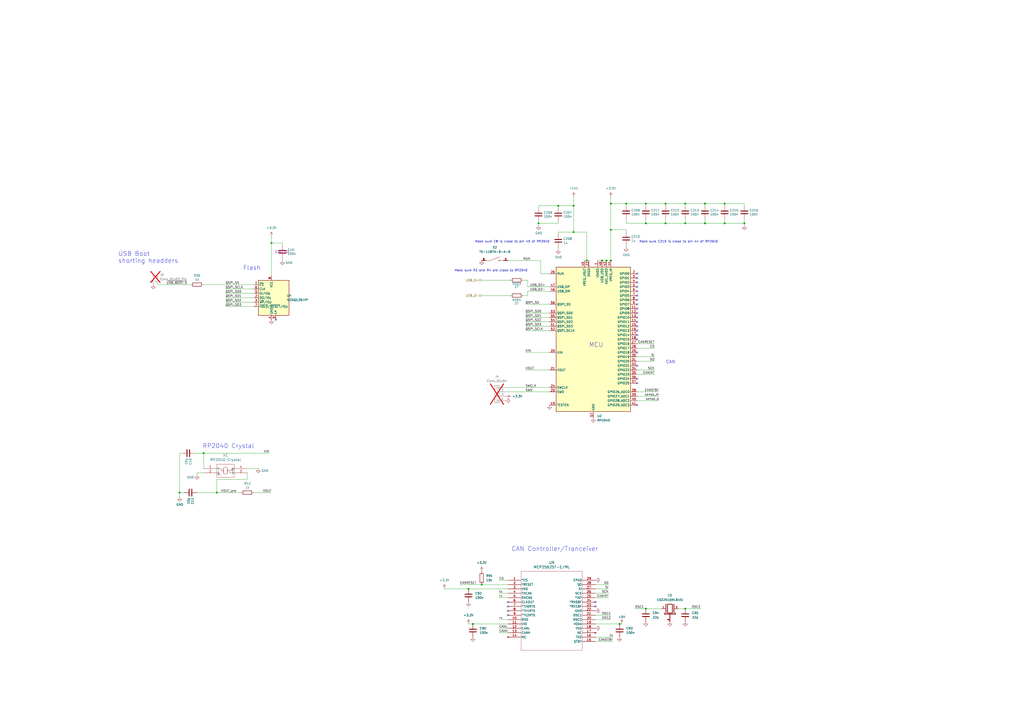
<source format=kicad_sch>
(kicad_sch (version 20250114) (generator "eeschema") (generator_version "9.0")
  (paper "A2")
  (lib_symbols
    (symbol "4in-kicad-library:ABM8-272-T3" (pin_names (offset 0.254))
      (property "Reference" "X1" (at 0 5.08 0))
      (property "Value" "RP2040 Crystal" (at 0 2.54 0))
      (symbol "ABM8-272-T3_0_1"
        (pin unspecified line (at -12.7 -2.54 0) (length 7.62) (name "1") (number "1"))
        (pin unspecified line (at -12.7 -5.08 0) (length 7.62) (name "2") (number "2"))
        (pin unspecified line (at 12.7 -2.54 180) (length 7.62) (name "4") (number "4"))
        (pin unspecified line (at 12.7 -5.08 180) (length 7.62) (name "3") (number "3"))
      )
    )
    (symbol "4in-kicad-library:MCP25625T-E_ML" (pin_names (offset 0.254))
      (property "Reference" "U" (at 25.4 10.16 0))
      (property "Value" "MCP25625T-E/ML" (at 25.4 7.62 0))
      (symbol "MCP25625T-E_ML_0_1"
        (pin input line (at 0 0 0) (length 7.62) (name "*CS") (number "1"))
        (pin input line (at 0 -2.54 0) (length 7.62) (name "*RESET") (number "2"))
        (pin power_in line (at 0 -5.08 0) (length 7.62) (name "VDD") (number "3"))
        (pin output line (at 0 -7.62 0) (length 7.62) (name "TXCAN") (number "4"))
        (pin input line (at 0 -10.16 0) (length 7.62) (name "RXCAN") (number "5"))
        (pin output line (at 0 -12.7 0) (length 7.62) (name "CLKOUT") (number "6"))
        (pin input line (at 0 -15.24 0) (length 7.62) (name "*TX0RTS") (number "7"))
        (pin input line (at 0 -17.78 0) (length 7.62) (name "*TX1RTS") (number "8"))
        (pin input line (at 0 -20.32 0) (length 7.62) (name "*TX2RTS") (number "9"))
        (pin output line (at 0 -22.86 0) (length 7.62) (name "RXD") (number "10"))
        (pin power_in line (at 0 -25.4 0) (length 7.62) (name "VIO") (number "11"))
        (pin bidirectional line (at 0 -27.94 0) (length 7.62) (name "CANL") (number "12"))
        (pin bidirectional line (at 0 -30.48 0) (length 7.62) (name "CANH") (number "13"))
        (pin no_connect line (at 0 -33.02 0) (length 7.62) (name "NC") (number "14"))
        (pin unspecified line (at 50.8 0 180) (length 7.62) (name "EPAD") (number "29"))
        (pin output line (at 50.8 -2.54 180) (length 7.62) (name "SO") (number "28"))
        (pin input line (at 50.8 -5.08 180) (length 7.62) (name "SI") (number "27"))
        (pin input line (at 50.8 -7.62 180) (length 7.62) (name "SCK") (number "26"))
        (pin output line (at 50.8 -10.16 180) (length 7.62) (name "*INT") (number "25"))
        (pin output line (at 50.8 -12.7 180) (length 7.62) (name "*RX0BF") (number "24"))
        (pin output line (at 50.8 -15.24 180) (length 7.62) (name "*RX1BF") (number "23"))
        (pin power_in line (at 50.8 -17.78 180) (length 7.62) (name "GND") (number "22"))
        (pin input line (at 50.8 -20.32 180) (length 7.62) (name "OSC1") (number "21"))
        (pin output line (at 50.8 -22.86 180) (length 7.62) (name "OSC2") (number "20"))
        (pin power_in line (at 50.8 -25.4 180) (length 7.62) (name "VDDA") (number "19"))
        (pin power_in line (at 50.8 -27.94 180) (length 7.62) (name "VSS") (number "18"))
        (pin no_connect line (at 50.8 -30.48 180) (length 7.62) (name "NC") (number "17"))
        (pin input line (at 50.8 -33.02 180) (length 7.62) (name "TXD") (number "16"))
        (pin input line (at 50.8 -35.56 180) (length 7.62) (name "STBY") (number "15"))
      )
    )
    (symbol "4in-kicad-library:TS-1187A-B-A-B" (pin_names (offset 1.016))
      (property "Reference" "S" (at -2.54 2.54 0))
      (property "Value" "TS-1187A-B-A-B" (at -2.54 -2.54 0))
      (symbol "TS-1187A-B-A-B_0_0"
        (pin passive line (at -7.62 0 0) (length 2.54) (name "~") (number "A"))
        (pin passive line (at -7.62 0 0) (length 2.54) (name "~") (number "B"))
        (pin passive line (at 7.62 0 180) (length 2.54) (name "~") (number "C"))
        (pin passive line (at 7.62 0 180) (length 2.54) (name "~") (number "D"))
      )
    )
    (symbol "4in-kicad-library:X322516MLB4SI" (pin_names (offset 1.016))
      (property "Reference" "Y" (at -5.08 6.35 0))
      (property "Value" "X322516MLB4SI" (at -5.08 3.81 0))
      (symbol "X322516MLB4SI_0_0"
        (pin passive line (at -5.08 0 0) (length 2.54) (name "~") (number "1"))
        (pin power_in line (at 0 -7.62 90) (length 2.54) (name "~") (number "2"))
        (pin power_in line (at 0 -7.62 90) (length 2.54) (name "~") (number "4"))
        (pin passive line (at 5.08 0 180) (length 2.54) (name "~") (number "3"))
      )
    )
    (symbol "Connector:Conn_01x02_Pin" (pin_names (offset 1.016) (hide yes))
      (property "Reference" "J" (at 0 2.54 0))
      (property "Value" "Conn_01x02_Pin" (at 0 -5.08 0))
      (symbol "Conn_01x02_Pin_1_1"
        (pin passive line (at 5.08 0 180) (length 3.81) (name "Pin_1") (number "1"))
        (pin passive line (at 5.08 -2.54 180) (length 3.81) (name "Pin_2") (number "2"))
      )
    )
    (symbol "Connector_Generic:Conn_01x04" (pin_names (offset 1.016) (hide yes))
      (property "Reference" "J" (at 0 5.08 0))
      (property "Value" "Conn_01x04" (at 0 -7.62 0))
      (symbol "Conn_01x04_1_1"
        (pin passive line (at -5.08 2.54 0) (length 3.81) (name "Pin_1") (number "1"))
        (pin passive line (at -5.08 0 0) (length 3.81) (name "Pin_2") (number "2"))
        (pin passive line (at -5.08 -2.54 0) (length 3.81) (name "Pin_3") (number "3"))
        (pin passive line (at -5.08 -5.08 0) (length 3.81) (name "Pin_4") (number "4"))
      )
    )
    (symbol "Device:C" (pin_numbers (hide yes)) (pin_names (offset 0.254))
      (property "Reference" "C" (at 0.635 2.54 0))
      (property "Value" "C" (at 0.635 -2.54 0))
      (symbol "C_1_1"
        (pin passive line (at 0 3.81 270) (length 2.794) (name "~") (number "1"))
        (pin passive line (at 0 -3.81 90) (length 2.794) (name "~") (number "2"))
      )
    )
    (symbol "Device:R" (pin_numbers (hide yes)) (pin_names (offset 0))
      (property "Reference" "R" (at 2.032 0 90))
      (property "Value" "R" (at 0 0 90))
      (symbol "R_1_1"
        (pin passive line (at 0 3.81 270) (length 1.27) (name "~") (number "1"))
        (pin passive line (at 0 -3.81 90) (length 1.27) (name "~") (number "2"))
      )
    )
    (symbol "MCU_RaspberryPi:RP2040"
      (property "Reference" "U" (at 17.78 45.72 0))
      (property "Value" "RP2040" (at 17.78 43.18 0))
      (symbol "RP2040_1_1"
        (pin input line (at -25.4 38.1 0) (length 3.81) (name "RUN") (number "26"))
        (pin bidirectional line (at -25.4 30.48 0) (length 3.81) (name "USB_DP") (number "47"))
        (pin bidirectional line (at -25.4 27.94 0) (length 3.81) (name "USB_DM") (number "46"))
        (pin bidirectional line (at -25.4 20.32 0) (length 3.81) (name "QSPI_SS") (number "56"))
        (pin bidirectional line (at -25.4 15.24 0) (length 3.81) (name "QSPI_SD0") (number "53"))
        (pin bidirectional line (at -25.4 12.7 0) (length 3.81) (name "QSPI_SD1") (number "55"))
        (pin bidirectional line (at -25.4 10.16 0) (length 3.81) (name "QSPI_SD2") (number "54"))
        (pin bidirectional line (at -25.4 7.62 0) (length 3.81) (name "QSPI_SD3") (number "51"))
        (pin output line (at -25.4 5.08 0) (length 3.81) (name "QSPI_SCLK") (number "52"))
        (pin input line (at -25.4 -7.62 0) (length 3.81) (name "XIN") (number "20"))
        (pin passive line (at -25.4 -17.78 0) (length 3.81) (name "XOUT") (number "21"))
        (pin input line (at -25.4 -27.94 0) (length 3.81) (name "SWCLK") (number "24"))
        (pin bidirectional line (at -25.4 -30.48 0) (length 3.81) (name "SWD") (number "25"))
        (pin input line (at -25.4 -38.1 0) (length 3.81) (name "TESTEN") (number "19"))
        (pin power_out line (at -5.08 45.72 270) (length 3.81) (name "VREG_VOUT") (number "45"))
        (pin power_in line (at -2.54 45.72 270) (length 3.81) (name "DVDD") (number "23"))
        (pin passive line (at -2.54 45.72 270) (length 3.81) (hide yes) (name "DVDD") (number "50"))
        (pin power_in line (at 0 -45.72 90) (length 3.81) (name "GND") (number "57"))
        (pin power_in line (at 2.54 45.72 270) (length 3.81) (name "IOVDD") (number "1"))
        (pin passive line (at 2.54 45.72 270) (length 3.81) (hide yes) (name "IOVDD") (number "10"))
        (pin passive line (at 2.54 45.72 270) (length 3.81) (hide yes) (name "IOVDD") (number "22"))
        (pin passive line (at 2.54 45.72 270) (length 3.81) (hide yes) (name "IOVDD") (number "33"))
        (pin passive line (at 2.54 45.72 270) (length 3.81) (hide yes) (name "IOVDD") (number "42"))
        (pin passive line (at 2.54 45.72 270) (length 3.81) (hide yes) (name "IOVDD") (number "49"))
        (pin power_in line (at 5.08 45.72 270) (length 3.81) (name "USB_VDD") (number "48"))
        (pin power_in line (at 7.62 45.72 270) (length 3.81) (name "ADC_AVDD") (number "43"))
        (pin power_in line (at 10.16 45.72 270) (length 3.81) (name "VREG_IN") (number "44"))
        (pin bidirectional line (at 25.4 38.1 180) (length 3.81) (name "GPIO0") (number "2"))
        (pin bidirectional line (at 25.4 35.56 180) (length 3.81) (name "GPIO1") (number "3"))
        (pin bidirectional line (at 25.4 33.02 180) (length 3.81) (name "GPIO2") (number "4"))
        (pin bidirectional line (at 25.4 30.48 180) (length 3.81) (name "GPIO3") (number "5"))
        (pin bidirectional line (at 25.4 27.94 180) (length 3.81) (name "GPIO4") (number "6"))
        (pin bidirectional line (at 25.4 25.4 180) (length 3.81) (name "GPIO5") (number "7"))
        (pin bidirectional line (at 25.4 22.86 180) (length 3.81) (name "GPIO6") (number "8"))
        (pin bidirectional line (at 25.4 20.32 180) (length 3.81) (name "GPIO7") (number "9"))
        (pin bidirectional line (at 25.4 17.78 180) (length 3.81) (name "GPIO8") (number "11"))
        (pin bidirectional line (at 25.4 15.24 180) (length 3.81) (name "GPIO9") (number "12"))
        (pin bidirectional line (at 25.4 12.7 180) (length 3.81) (name "GPIO10") (number "13"))
        (pin bidirectional line (at 25.4 10.16 180) (length 3.81) (name "GPIO11") (number "14"))
        (pin bidirectional line (at 25.4 7.62 180) (length 3.81) (name "GPIO12") (number "15"))
        (pin bidirectional line (at 25.4 5.08 180) (length 3.81) (name "GPIO13") (number "16"))
        (pin bidirectional line (at 25.4 2.54 180) (length 3.81) (name "GPIO14") (number "17"))
        (pin bidirectional line (at 25.4 0 180) (length 3.81) (name "GPIO15") (number "18"))
        (pin bidirectional line (at 25.4 -2.54 180) (length 3.81) (name "GPIO16") (number "27"))
        (pin bidirectional line (at 25.4 -5.08 180) (length 3.81) (name "GPIO17") (number "28"))
        (pin bidirectional line (at 25.4 -7.62 180) (length 3.81) (name "GPIO18") (number "29"))
        (pin bidirectional line (at 25.4 -10.16 180) (length 3.81) (name "GPIO19") (number "30"))
        (pin bidirectional line (at 25.4 -12.7 180) (length 3.81) (name "GPIO20") (number "31"))
        (pin bidirectional line (at 25.4 -15.24 180) (length 3.81) (name "GPIO21") (number "32"))
        (pin bidirectional line (at 25.4 -17.78 180) (length 3.81) (name "GPIO22") (number "34"))
        (pin bidirectional line (at 25.4 -20.32 180) (length 3.81) (name "GPIO23") (number "35"))
        (pin bidirectional line (at 25.4 -22.86 180) (length 3.81) (name "GPIO24") (number "36"))
        (pin bidirectional line (at 25.4 -25.4 180) (length 3.81) (name "GPIO25") (number "37"))
        (pin bidirectional line (at 25.4 -30.48 180) (length 3.81) (name "GPIO26_ADC0") (number "38"))
        (pin bidirectional line (at 25.4 -33.02 180) (length 3.81) (name "GPIO27_ADC1") (number "39"))
        (pin bidirectional line (at 25.4 -35.56 180) (length 3.81) (name "GPIO28_ADC2") (number "40"))
        (pin bidirectional line (at 25.4 -38.1 180) (length 3.81) (name "GPIO29_ADC3") (number "41"))
      )
    )
    (symbol "Memory_Flash:W25Q128JVP"
      (property "Reference" "U" (at -6.35 11.43 0))
      (property "Value" "W25Q128JVP" (at 7.62 11.43 0))
      (symbol "W25Q128JVP_1_1"
        (pin input line (at -10.16 7.62 0) (length 2.54) (name "~{CS}") (number "1"))
        (pin input line (at -10.16 5.08 0) (length 2.54) (name "CLK") (number "6"))
        (pin bidirectional line (at -10.16 2.54 0) (length 2.54) (name "DI/IO_{0}") (number "5"))
        (pin bidirectional line (at -10.16 0 0) (length 2.54) (name "DO/IO_{1}") (number "2"))
        (pin bidirectional line (at -10.16 -2.54 0) (length 2.54) (name "~{WP}/IO_{2}") (number "3"))
        (pin bidirectional line (at -10.16 -5.08 0) (length 2.54) (name "~{HOLD}/~{RESET}/IO_{3}") (number "7"))
        (pin power_in line (at 0 12.7 270) (length 2.54) (name "VCC") (number "8"))
        (pin power_in line (at 0 -12.7 90) (length 2.54) (name "GND") (number "4"))
        (pin passive line (at 2.54 -12.7 90) (length 2.54) (name "EP") (number "9"))
      )
    )
    (symbol "power:+1V1" (power) (pin_numbers (hide yes)) (pin_names (offset 0) (hide yes))
      (property "Value" "+1V1" (at 0 3.556 0))
      (symbol "+1V1_1_1"
        (pin power_in line (at 0 0 90) (length 0) (name "~") (number "1"))
      )
    )
    (symbol "power:+3.3V" (power) (pin_numbers (hide yes)) (pin_names (offset 0) (hide yes))
      (property "Value" "+3.3V" (at 0 3.556 0))
      (symbol "+3.3V_1_1"
        (pin power_in line (at 0 0 90) (length 0) (name "~") (number "1"))
      )
    )
    (symbol "power:+5V" (power) (pin_numbers (hide yes)) (pin_names (offset 0) (hide yes))
      (property "Value" "+5V" (at 0 3.556 0))
      (symbol "+5V_1_1"
        (pin power_in line (at 0 0 90) (length 0) (name "~") (number "1"))
      )
    )
    (symbol "power:GND" (power) (pin_numbers (hide yes)) (pin_names (offset 0) (hide yes))
      (property "Value" "GND" (at 0 -3.81 0))
      (symbol "GND_1_1"
        (pin power_in line (at 0 0 270) (length 0) (name "~") (number "1"))
      )
    )
    (symbol "power:VAA" (power) (pin_numbers (hide yes)) (pin_names (offset 0) (hide yes))
      (property "Value" "VAA" (at 0 3.556 0))
      (symbol "VAA_1_1"
        (pin power_in line (at 0 0 90) (length 0) (name "~") (number "1"))
      )
    )
  )
  (text "Make sure C8 is close to pin 45 of RP2040" (at 275.59 140.97 0) (effects (font (size 1.27 1.27)) (justify left bottom)))
  (text "Make sure C210 is close to pin 44 of RP2040" (at 370.84 140.97 0) (effects (font (size 1.27 1.27)) (justify left bottom)))
  (text "CAN" (at 386.334 211.074 0) (effects (font (size 1.778 1.778)) (justify left bottom)))
  (text "CAN Controller/Tranceiver" (at 296.672 320.04 0) (effects (font (size 2.54 2.54)) (justify left bottom)))
  (text "Make sure R3 and R4 are close to RP2040" (at 306.07 157.734 0) (effects (font (size 1.27 1.27)) (justify right bottom)))
  (text "RP2040 Crystal" (at 117.475 260.35 0) (effects (font (size 2.54 2.54)) (justify left bottom)))
  (text "MCU" (at 341.63 201.676 0) (effects (font (size 2.54 2.54)) (justify left bottom)))
  (text "USB Boot \nshorting headders" (at 68.58 152.908 0) (effects (font (size 2.54 2.54)) (justify left bottom)))
  (text "Flash" (at 140.97 156.972 0) (effects (font (size 2.54 2.54)) (justify left bottom)))
  (junction (at 312.42 129.54))
  (junction (at 363.22 118.11))
  (junction (at 125.73 285.75))
  (junction (at 397.51 118.11))
  (junction (at 279.4 339.09))
  (junction (at 374.65 118.11))
  (junction (at 397.51 353.06))
  (junction (at 374.65 129.54))
  (junction (at 354.33 118.11))
  (junction (at 420.37 129.54))
  (junction (at 340.36 151.13))
  (junction (at 386.08 129.54))
  (junction (at 118.11 262.89))
  (junction (at 420.37 118.11))
  (junction (at 323.85 119.38))
  (junction (at 354.33 151.13))
  (junction (at 332.74 134.62))
  (junction (at 332.74 119.38))
  (junction (at 408.94 129.54))
  (junction (at 351.79 151.13))
  (junction (at 157.48 140.97))
  (junction (at 274.32 361.95))
  (junction (at 408.94 118.11))
  (junction (at 349.25 151.13))
  (junction (at 374.65 353.06))
  (junction (at 359.41 361.95))
  (junction (at 397.51 129.54))
  (junction (at 271.78 341.63))
  (junction (at 354.33 133.35))
  (junction (at 386.08 118.11))
  (junction (at 431.8 129.54))
  (junction (at 104.14 285.75))
  (no_connect (at 369.57 166.37))
  (no_connect (at 369.57 194.31))
  (no_connect (at 369.57 234.95))
  (no_connect (at 369.57 173.99))
  (no_connect (at 294.64 351.79))
  (no_connect (at 345.44 351.79))
  (no_connect (at 294.64 354.33))
  (no_connect (at 369.57 212.09))
  (no_connect (at 369.57 171.45))
  (no_connect (at 369.57 186.69))
  (no_connect (at 369.57 191.77))
  (no_connect (at 369.57 179.07))
  (no_connect (at 294.64 356.87))
  (no_connect (at 369.57 161.29))
  (no_connect (at 369.57 158.75))
  (no_connect (at 369.57 189.23))
  (no_connect (at 294.64 349.25))
  (no_connect (at 369.57 176.53))
  (no_connect (at 369.57 204.47))
  (no_connect (at 369.57 163.83))
  (no_connect (at 369.57 181.61))
  (no_connect (at 369.57 219.71))
  (no_connect (at 160.02 185.42))
  (no_connect (at 369.57 222.25))
  (no_connect (at 369.57 196.85))
  (no_connect (at 369.57 184.15))
  (no_connect (at 369.57 168.91))
  (no_connect (at 345.44 349.25))
  (wire (pts (xy 345.44 361.95) (xy 359.41 361.95)))
  (wire (pts (xy 332.74 134.62) (xy 340.36 134.62)))
  (wire (pts (xy 104.14 285.75) (xy 104.14 288.29)))
  (wire (pts (xy 382.27 232.41) (xy 369.57 232.41)))
  (wire (pts (xy 289.56 364.49) (xy 294.64 364.49)))
  (wire (pts (xy 323.85 134.62) (xy 332.74 134.62)))
  (wire (pts (xy 312.42 129.54) (xy 312.42 130.81)))
  (wire (pts (xy 379.73 199.39) (xy 369.57 199.39)))
  (wire (pts (xy 339.09 151.13) (xy 340.36 151.13)))
  (wire (pts (xy 147.32 285.75) (xy 157.48 285.75)))
  (wire (pts (xy 363.22 134.62) (xy 363.22 133.35)))
  (wire (pts (xy 431.8 119.38) (xy 431.8 118.11)))
  (wire (pts (xy 318.77 176.53) (xy 304.8 176.53)))
  (wire (pts (xy 163.83 140.97) (xy 157.48 140.97)))
  (wire (pts (xy 363.22 118.11) (xy 374.65 118.11)))
  (wire (pts (xy 346.71 151.13) (xy 349.25 151.13)))
  (wire (pts (xy 293.37 227.33) (xy 318.77 227.33)))
  (wire (pts (xy 374.65 118.11) (xy 386.08 118.11)))
  (wire (pts (xy 289.56 344.17) (xy 294.64 344.17)))
  (wire (pts (xy 147.32 175.26) (xy 130.81 175.26)))
  (wire (pts (xy 104.14 262.89) (xy 104.14 285.75)))
  (wire (pts (xy 304.8 204.47) (xy 318.77 204.47)))
  (wire (pts (xy 359.41 361.95) (xy 360.68 361.95)))
  (wire (pts (xy 379.73 217.17) (xy 369.57 217.17)))
  (wire (pts (xy 147.32 172.72) (xy 130.81 172.72)))
  (wire (pts (xy 382.27 227.33) (xy 369.57 227.33)))
  (wire (pts (xy 408.94 119.38) (xy 408.94 118.11)))
  (wire (pts (xy 303.53 171.45) (xy 306.07 171.45)))
  (wire (pts (xy 157.48 137.16) (xy 157.48 140.97)))
  (wire (pts (xy 143.51 278.13) (xy 125.73 278.13)))
  (wire (pts (xy 125.73 285.75) (xy 139.7 285.75)))
  (wire (pts (xy 323.85 143.51) (xy 323.85 144.78)))
  (wire (pts (xy 408.94 127) (xy 408.94 129.54)))
  (wire (pts (xy 393.7 353.06) (xy 397.51 353.06)))
  (wire (pts (xy 374.65 353.06) (xy 383.54 353.06)))
  (wire (pts (xy 289.56 336.55) (xy 294.64 336.55)))
  (wire (pts (xy 306.07 168.91) (xy 318.77 168.91)))
  (wire (pts (xy 304.8 186.69) (xy 318.77 186.69)))
  (wire (pts (xy 118.11 262.89) (xy 156.21 262.89)))
  (wire (pts (xy 306.07 171.45) (xy 306.07 168.91)))
  (wire (pts (xy 374.65 127) (xy 374.65 129.54)))
  (wire (pts (xy 397.51 353.06) (xy 406.4 353.06)))
  (wire (pts (xy 118.11 165.1) (xy 147.32 165.1)))
  (wire (pts (xy 351.79 151.13) (xy 354.33 151.13)))
  (wire (pts (xy 368.3 353.06) (xy 374.65 353.06)))
  (wire (pts (xy 386.08 118.11) (xy 397.51 118.11)))
  (wire (pts (xy 279.4 339.09) (xy 294.64 339.09)))
  (wire (pts (xy 143.51 271.78) (xy 149.86 271.78)))
  (wire (pts (xy 271.78 341.63) (xy 294.64 341.63)))
  (wire (pts (xy 397.51 129.54) (xy 386.08 129.54)))
  (wire (pts (xy 274.32 361.95) (xy 294.64 361.95)))
  (wire (pts (xy 312.42 128.27) (xy 312.42 129.54)))
  (wire (pts (xy 345.44 339.09) (xy 353.06 339.09)))
  (wire (pts (xy 408.94 129.54) (xy 397.51 129.54)))
  (wire (pts (xy 118.11 262.89) (xy 118.11 271.78)))
  (wire (pts (xy 345.44 344.17) (xy 353.06 344.17)))
  (wire (pts (xy 354.33 118.11) (xy 363.22 118.11)))
  (wire (pts (xy 382.27 229.87) (xy 369.57 229.87)))
  (wire (pts (xy 345.44 341.63) (xy 353.06 341.63)))
  (wire (pts (xy 312.42 120.65) (xy 312.42 119.38)))
  (wire (pts (xy 332.74 114.3) (xy 332.74 119.38)))
  (wire (pts (xy 323.85 120.65) (xy 323.85 119.38)))
  (wire (pts (xy 379.73 207.01) (xy 369.57 207.01)))
  (wire (pts (xy 303.53 162.56) (xy 306.07 162.56)))
  (wire (pts (xy 379.73 214.63) (xy 369.57 214.63)))
  (wire (pts (xy 363.22 142.24) (xy 363.22 143.51)))
  (wire (pts (xy 355.6 369.57) (xy 345.44 369.57)))
  (wire (pts (xy 340.36 134.62) (xy 340.36 151.13)))
  (wire (pts (xy 349.25 151.13) (xy 351.79 151.13)))
  (wire (pts (xy 147.32 177.8) (xy 130.81 177.8)))
  (wire (pts (xy 266.7 339.09) (xy 279.4 339.09)))
  (wire (pts (xy 113.03 262.89) (xy 118.11 262.89)))
  (wire (pts (xy 397.51 127) (xy 397.51 129.54)))
  (wire (pts (xy 279.4 171.45) (xy 295.91 171.45)))
  (wire (pts (xy 363.22 127) (xy 363.22 129.54)))
  (wire (pts (xy 420.37 118.11) (xy 431.8 118.11)))
  (wire (pts (xy 431.8 127) (xy 431.8 129.54)))
  (wire (pts (xy 420.37 129.54) (xy 408.94 129.54)))
  (wire (pts (xy 306.07 166.37) (xy 318.77 166.37)))
  (wire (pts (xy 293.37 224.79) (xy 318.77 224.79)))
  (wire (pts (xy 345.44 346.71) (xy 353.06 346.71)))
  (wire (pts (xy 157.48 140.97) (xy 157.48 160.02)))
  (wire (pts (xy 130.81 167.64) (xy 147.32 167.64)))
  (wire (pts (xy 271.78 361.95) (xy 274.32 361.95)))
  (wire (pts (xy 318.77 158.75) (xy 313.69 158.75)))
  (wire (pts (xy 143.51 274.32) (xy 143.51 278.13)))
  (wire (pts (xy 374.65 119.38) (xy 374.65 118.11)))
  (wire (pts (xy 386.08 129.54) (xy 374.65 129.54)))
  (wire (pts (xy 379.73 201.93) (xy 369.57 201.93)))
  (wire (pts (xy 304.8 189.23) (xy 318.77 189.23)))
  (wire (pts (xy 363.22 119.38) (xy 363.22 118.11)))
  (wire (pts (xy 323.85 119.38) (xy 332.74 119.38)))
  (wire (pts (xy 318.77 191.77) (xy 304.8 191.77)))
  (wire (pts (xy 332.74 119.38) (xy 332.74 134.62)))
  (wire (pts (xy 420.37 129.54) (xy 431.8 129.54)))
  (wire (pts (xy 114.3 285.75) (xy 125.73 285.75)))
  (wire (pts (xy 313.69 158.75) (xy 313.69 151.13)))
  (wire (pts (xy 323.85 129.54) (xy 323.85 128.27)))
  (wire (pts (xy 354.33 133.35) (xy 354.33 151.13)))
  (wire (pts (xy 374.65 129.54) (xy 363.22 129.54)))
  (wire (pts (xy 304.8 181.61) (xy 318.77 181.61)))
  (wire (pts (xy 106.68 285.75) (xy 104.14 285.75)))
  (wire (pts (xy 104.14 262.89) (xy 105.41 262.89)))
  (wire (pts (xy 345.44 356.87) (xy 354.33 356.87)))
  (wire (pts (xy 379.73 209.55) (xy 369.57 209.55)))
  (wire (pts (xy 114.3 274.32) (xy 118.11 274.32)))
  (wire (pts (xy 163.83 142.24) (xy 163.83 140.97)))
  (wire (pts (xy 354.33 118.11) (xy 354.33 133.35)))
  (wire (pts (xy 397.51 119.38) (xy 397.51 118.11)))
  (wire (pts (xy 420.37 119.38) (xy 420.37 118.11)))
  (wire (pts (xy 313.69 151.13) (xy 294.64 151.13)))
  (wire (pts (xy 279.4 162.56) (xy 295.91 162.56)))
  (wire (pts (xy 340.36 151.13) (xy 341.63 151.13)))
  (wire (pts (xy 323.85 135.89) (xy 323.85 134.62)))
  (wire (pts (xy 304.8 184.15) (xy 318.77 184.15)))
  (wire (pts (xy 431.8 129.54) (xy 431.8 130.81)))
  (wire (pts (xy 318.77 214.63) (xy 304.8 214.63)))
  (wire (pts (xy 114.3 274.32) (xy 114.3 275.59)))
  (wire (pts (xy 312.42 129.54) (xy 323.85 129.54)))
  (wire (pts (xy 289.56 346.71) (xy 294.64 346.71)))
  (wire (pts (xy 91.44 165.1) (xy 110.49 165.1)))
  (wire (pts (xy 408.94 118.11) (xy 420.37 118.11)))
  (wire (pts (xy 289.56 359.41) (xy 294.64 359.41)))
  (wire (pts (xy 397.51 118.11) (xy 408.94 118.11)))
  (wire (pts (xy 257.81 341.63) (xy 271.78 341.63)))
  (wire (pts (xy 163.83 149.86) (xy 163.83 151.13)))
  (wire (pts (xy 420.37 127) (xy 420.37 129.54)))
  (wire (pts (xy 125.73 278.13) (xy 125.73 285.75)))
  (wire (pts (xy 354.33 114.3) (xy 354.33 118.11)))
  (wire (pts (xy 306.07 162.56) (xy 306.07 166.37)))
  (wire (pts (xy 312.42 119.38) (xy 323.85 119.38)))
  (wire (pts (xy 289.56 367.03) (xy 294.64 367.03)))
  (wire (pts (xy 386.08 119.38) (xy 386.08 118.11)))
  (wire (pts (xy 354.33 133.35) (xy 363.22 133.35)))
  (wire (pts (xy 345.44 359.41) (xy 354.33 359.41)))
  (wire (pts (xy 355.6 372.11) (xy 345.44 372.11)))
  (wire (pts (xy 386.08 127) (xy 386.08 129.54)))
  (wire (pts (xy 147.32 170.18) (xy 130.81 170.18)))
  (label "CANSTBY" (at 355.6 372.11 180))
  (label "XOUT" (at 157.48 285.75 180))
  (label "CANL" (at 289.56 364.49 0))
  (label "QSPI_SD0" (at 304.8 181.61 0))
  (label "QSPI_SCLK" (at 304.8 191.77 0))
  (label "QSPI_SD1" (at 130.81 172.72 0))
  (label "~{USB_BOOT_S}" (at 96.52 165.1 0))
  (label "CS" (at 379.73 201.93 180))
  (label "SWCLK" (at 304.8 224.79 0))
  (label "SCK" (at 379.73 214.63 180))
  (label "CANSTBY" (at 382.27 227.33 180))
  (label "SWD" (at 304.8 227.33 0))
  (label "XIN" (at 304.8 204.47 0))
  (label "USB_D2-" (at 307.34 168.91 0))
  (label "CANRESET" (at 266.7 339.09 0))
  (label "OSC2" (at 406.4 353.06 180))
  (label "RUN" (at 303.53 151.13 0))
  (label "SI" (at 379.73 207.01 180))
  (label "OSC1" (at 354.33 356.87 180))
  (label "QSPI_SD2" (at 304.8 186.69 0))
  (label "OSC2" (at 354.33 359.41 180))
  (label "SO" (at 379.73 209.55 180))
  (label "SI" (at 353.06 341.63 180))
  (label "CANH" (at 289.56 367.03 0))
  (label "sense_m" (at 382.27 229.87 180))
  (label "XIN" (at 156.21 262.89 180))
  (label "sense_d" (at 382.27 232.41 180))
  (label "XOUT_pre" (at 137.16 285.75 180))
  (label "QSPI_SCLK" (at 130.81 167.64 0))
  (label "QSPI_SS" (at 130.81 165.1 0))
  (label "QSPI_SD3" (at 130.81 177.8 0))
  (label "OSC1" (at 368.3 353.06 0))
  (label "QSPI_SD1" (at 304.8 184.15 0))
  (label "CS" (at 289.56 336.55 0))
  (label "SCK" (at 353.06 344.17 180))
  (label "QSPI_SS" (at 304.8 176.53 0))
  (label "QSPI_SD3" (at 304.8 189.23 0))
  (label "QSPI_SD2" (at 130.81 175.26 0))
  (label "CANINT" (at 353.06 346.71 180))
  (label "SO" (at 353.06 339.09 180))
  (label "QSPI_SD0" (at 130.81 170.18 0))
  (label "rx" (at 289.56 346.71 0))
  (label "tx" (at 289.56 344.17 0))
  (label "CANINT" (at 379.73 217.17 180))
  (label "USB_D2+" (at 307.34 166.37 0))
  (label "rx" (at 289.56 359.41 0))
  (label "tx" (at 355.6 369.57 180))
  (label "CANRESET" (at 379.73 199.39 180))
  (label "XOUT" (at 304.8 214.63 0))
  (hierarchical_label "USB_D+" (shape input) (at 279.4 162.56 180))
  (hierarchical_label "USB_D-" (shape input) (at 279.4 171.45 180))
  (symbol (lib_id "Device:C") (at 374.65 123.19 0) (unit 1)
    (property "Reference" "C211" (at 377.571 122.0216 0) (effects (justify left)))
    (property "Value" "100n" (at 377.571 124.333 0) (effects (justify left)))
    (property "Footprint" "Capacitor_SMD:C_0402_1005Metric" (effects (hide yes)))
    (property "Description" "Capacitor" (effects (hide yes)))
    (property "info" "100nF Cap" (effects (hide yes)))
    (property "basic?" "yes" (effects (hide yes)))
    (property "price" "C$0.0077 " (effects (hide yes)))
    (property "JLC Link" "https://jlcpcb.com/partdetail/291005-CL05B104KB54PNC/C307331" (effects (hide yes)))
    (property "LCSC PN" "C307331" (effects (hide yes)))
  )
  (symbol (lib_id "power:+3.3V") (at 293.37 229.87 270) (unit 1)
    (property "Reference" "#PWR04" (effects (hide yes)))
    (property "Value" "+3.3V" (at 297.18 229.8699 90) (effects (justify left)))
    (property "Description" "Power symbol creates a global label with name \"+3.3V\"" (effects (hide yes)))
  )
  (symbol (lib_id "power:+1V1") (at 332.74 114.3 0) (unit 1)
    (property "Reference" "#PWR09" (effects (hide yes)))
    (property "Value" "+1V1" (at 332.74 109.22 0))
    (property "Description" "Power symbol creates a global label with name \"+1V1\"" (effects (hide yes)))
  )
  (symbol (lib_id "power:GND") (at 388.62 360.68 0) (unit 1)
    (property "Reference" "#PWR080" (effects (hide yes)))
    (property "Value" "GND" (effects (hide yes)))
    (property "Description" "Power symbol creates a global label with name \"GND\" , ground" (effects (hide yes)))
  )
  (symbol (lib_id "Device:C") (at 397.51 123.19 0) (unit 1)
    (property "Reference" "C213" (at 400.431 122.0216 0) (effects (justify left)))
    (property "Value" "100n" (at 400.431 124.333 0) (effects (justify left)))
    (property "Footprint" "Capacitor_SMD:C_0402_1005Metric" (effects (hide yes)))
    (property "Description" "Capacitor" (effects (hide yes)))
    (property "info" "100nF Cap" (effects (hide yes)))
    (property "basic?" "yes" (effects (hide yes)))
    (property "price" "C$0.0077 " (effects (hide yes)))
    (property "JLC Link" "https://jlcpcb.com/partdetail/291005-CL05B104KB54PNC/C307331" (effects (hide yes)))
    (property "LCSC PN" "C307331" (effects (hide yes)))
  )
  (symbol (lib_id "power:GND") (at 359.41 369.57 0) (unit 1)
    (property "Reference" "#PWR030" (effects (hide yes)))
    (property "Value" "GND" (effects (hide yes)))
    (property "Description" "Power symbol creates a global label with name \"GND\" , ground" (effects (hide yes)))
  )
  (symbol (lib_id "power:+3.3V") (at 354.33 114.3 0) (unit 1)
    (property "Reference" "#PWR012" (effects (hide yes)))
    (property "Value" "+3.3V" (at 354.33 109.22 0))
    (property "Description" "Power symbol creates a global label with name \"+3.3V\"" (effects (hide yes)))
  )
  (symbol (lib_id "Connector:Conn_01x02_Pin") (at 91.44 160.02 270) (unit 1) (dnp yes)
    (property "Reference" "J5" (at 92.71 159.3849 90) (effects (justify left)))
    (property "Value" "Conn_01x02_Pin" (at 92.71 161.9249 90) (effects (justify left)))
    (property "Footprint" "Connector_PinHeader_2.54mm:PinHeader_1x02_P2.54mm_Vertical" (effects (hide yes)))
    (property "Description" "Generic connector, single row, 01x02, script generated" (effects (hide yes)))
  )
  (symbol (lib_id "power:GND") (at 318.77 234.95 0) (unit 1)
    (property "Reference" "#PWR024" (effects (hide yes)))
    (property "Value" "GND" (effects (hide yes)))
    (property "Description" "Power symbol creates a global label with name \"GND\" , ground" (effects (hide yes)))
  )
  (symbol (lib_id "Device:C") (at 274.32 365.76 0) (unit 1)
    (property "Reference" "C90" (at 278.13 364.4899 0) (effects (justify left)))
    (property "Value" "100n" (at 278.13 367.0299 0) (effects (justify left)))
    (property "Footprint" "Capacitor_SMD:C_0402_1005Metric" (effects (hide yes)))
    (property "Description" "Capacitor" (effects (hide yes)))
    (property "info" "100nF Cap" (effects (hide yes)))
    (property "JLC Link" "https://jlcpcb.com/partdetail/291005-CL05B104KB54PNC/C307331" (effects (hide yes)))
    (property "basic?" "yes" (effects (hide yes)))
    (property "price" "C$0.0077 " (effects (hide yes)))
    (property "LCSC PN" "C307331" (effects (hide yes)))
  )
  (symbol (lib_id "power:+3.3V") (at 257.81 341.63 0) (unit 1)
    (property "Reference" "#PWR02" (effects (hide yes)))
    (property "Value" "+3.3V" (at 257.81 336.55 0))
    (property "Description" "Power symbol creates a global label with name \"+3.3V\"" (effects (hide yes)))
  )
  (symbol (lib_id "power:GND") (at 374.65 360.68 0) (unit 1)
    (property "Reference" "#PWR032" (effects (hide yes)))
    (property "Value" "GND" (effects (hide yes)))
    (property "Description" "Power symbol creates a global label with name \"GND\" , ground" (effects (hide yes)))
  )
  (symbol (lib_id "Device:C") (at 312.42 124.46 0) (unit 1)
    (property "Reference" "C206" (at 315.341 123.2916 0) (effects (justify left)))
    (property "Value" "100n" (at 315.341 125.603 0) (effects (justify left)))
    (property "Footprint" "Capacitor_SMD:C_0402_1005Metric" (effects (hide yes)))
    (property "Description" "Capacitor" (effects (hide yes)))
    (property "info" "100nF Cap" (effects (hide yes)))
    (property "basic?" "yes" (effects (hide yes)))
    (property "price" "C$0.0077 " (effects (hide yes)))
    (property "JLC Link" "https://jlcpcb.com/partdetail/291005-CL05B104KB54PNC/C307331" (effects (hide yes)))
    (property "LCSC PN" "C307331" (effects (hide yes)))
  )
  (symbol (lib_id "4in-kicad-library:X322516MLB4SI") (at 388.62 353.06 0) (unit 1)
    (property "Reference" "Y2" (at 388.62 345.44 0))
    (property "Value" "X322516MLB4SI" (at 388.62 347.98 0))
    (property "Footprint" "4in-kicad-library:X322516MLB4SI" (effects (hide yes)))
    (property "Datasheet" "https://jlcpcb.com/api/file/downloadByFileSystemAccessId/8588879158093500416" (effects (hide yes)))
    (property "Description" "CAN Crystal" (effects (hide yes)))
    (property "JLC Link" "https://jlcpcb.com/partdetail/Yxc_CrystalOscillators-X322516MOB4SI/C12668" (effects (hide yes)))
    (property "LCSC PN" "C12668" (effects (hide yes)))
    (property "JLC Price" "0.0829" (effects (hide yes)))
    (property "price" "C$0.0742" (effects (hide yes)))
  )
  (symbol (lib_id "Device:C") (at 408.94 123.19 0) (unit 1)
    (property "Reference" "C214" (at 411.861 122.0216 0) (effects (justify left)))
    (property "Value" "100n" (at 411.861 124.333 0) (effects (justify left)))
    (property "Footprint" "Capacitor_SMD:C_0402_1005Metric" (effects (hide yes)))
    (property "Description" "Capacitor" (effects (hide yes)))
    (property "info" "100nF Cap" (effects (hide yes)))
    (property "basic?" "yes" (effects (hide yes)))
    (property "price" "C$0.0077 " (effects (hide yes)))
    (property "JLC Link" "https://jlcpcb.com/partdetail/291005-CL05B104KB54PNC/C307331" (effects (hide yes)))
    (property "LCSC PN" "C307331" (effects (hide yes)))
  )
  (symbol (lib_id "power:GND") (at 397.51 360.68 0) (unit 1)
    (property "Reference" "#PWR031" (effects (hide yes)))
    (property "Value" "GND" (effects (hide yes)))
    (property "Description" "Power symbol creates a global label with name \"GND\" , ground" (effects (hide yes)))
  )
  (symbol (lib_id "power:+3.3V") (at 279.4 331.47 0) (unit 1)
    (property "Reference" "#PWR079" (effects (hide yes)))
    (property "Value" "+3.3V" (at 279.4 326.39 0))
    (property "Description" "Power symbol creates a global label with name \"+3.3V\"" (effects (hide yes)))
  )
  (symbol (lib_id "Device:C") (at 109.22 262.89 270) (unit 1)
    (property "Reference" "C10" (at 110.3884 265.811 0) (effects (justify left)))
    (property "Value" "15p" (at 108.077 265.811 0) (effects (justify left)))
    (property "Footprint" "Capacitor_SMD:C_0402_1005Metric" (effects (hide yes)))
    (property "Description" "Capacitor" (effects (hide yes)))
    (property "basic?" "yes" (effects (hide yes)))
    (property "info" "15pF Cap" (effects (hide yes)))
    (property "price" "C$0.0013 " (effects (hide yes)))
    (property "JLC Link" "https://jlcpcb.com/partdetail/1900-0402CG150J500NT/C1548" (effects (hide yes)))
    (property "LCSC PN" "C1548" (effects (hide yes)))
  )
  (symbol (lib_id "Device:R") (at 299.72 171.45 90) (unit 1)
    (property "Reference" "R204" (at 299.72 173.99 90))
    (property "Value" "27" (at 299.72 176.022 90))
    (property "Footprint" "Resistor_SMD:R_0402_1005Metric" (effects (hide yes)))
    (property "Description" "Resistor" (effects (hide yes)))
    (property "basic?" "no" (effects (hide yes)))
    (property "info" "27 ohm" (effects (hide yes)))
    (property "price" "C$0.0007 " (effects (hide yes)))
    (property "JLC Link" "https://jlcpcb.com/partdetail/25843-0402WGF270JTCE/C25100" (effects (hide yes)))
    (property "LCSC PN" "C25100" (effects (hide yes)))
  )
  (symbol (lib_id "Device:C") (at 323.85 139.7 0) (unit 1)
    (property "Reference" "C208" (at 326.771 138.5316 0) (effects (justify left)))
    (property "Value" "1u" (at 326.771 140.843 0) (effects (justify left)))
    (property "Footprint" "Capacitor_SMD:C_0402_1005Metric" (effects (hide yes)))
    (property "Description" "Capacitor" (effects (hide yes)))
    (property "info" "1uF Cap" (effects (hide yes)))
    (property "basic?" "yes" (effects (hide yes)))
    (property "price" "C$0.0041 " (effects (hide yes)))
    (property "JLC Link" "https://jlcpcb.com/partdetail/53938-CL05A105KA5NQNC/C52923" (effects (hide yes)))
    (property "LCSC PN" "C52923" (effects (hide yes)))
  )
  (symbol (lib_id "power:GND") (at 345.44 354.33 90) (unit 1)
    (property "Reference" "#PWR076" (effects (hide yes)))
    (property "Value" "GND" (effects (hide yes)))
    (property "Description" "Power symbol creates a global label with name \"GND\" , ground" (effects (hide yes)))
  )
  (symbol (lib_id "Device:R") (at 279.4 335.28 0) (unit 1)
    (property "Reference" "R91" (at 281.94 334.0099 0) (effects (justify left)))
    (property "Value" "10k" (at 281.94 336.5499 0) (effects (justify left)))
    (property "Footprint" "Resistor_SMD:R_0402_1005Metric" (effects (hide yes)))
    (property "Description" "Resistor" (effects (hide yes)))
    (property "JLC Link" "https://jlcpcb.com/partdetail/26487-0402WGF1002TCE/C25744" (effects (hide yes)))
    (property "basic?" "yes" (effects (hide yes)))
    (property "info" "10k ohm" (effects (hide yes)))
    (property "price" "C$0.0007 " (effects (hide yes)))
    (property "LCSC PN" "C25744" (effects (hide yes)))
  )
  (symbol (lib_id "power:+3.3V") (at 271.78 361.95 0) (unit 1)
    (property "Reference" "#PWR073" (effects (hide yes)))
    (property "Value" "+3.3V" (at 271.78 356.87 0))
    (property "Description" "Power symbol creates a global label with name \"+3.3V\"" (effects (hide yes)))
  )
  (symbol (lib_id "Device:C") (at 363.22 138.43 0) (unit 1)
    (property "Reference" "C210" (at 366.141 137.2616 0) (effects (justify left)))
    (property "Value" "1u" (at 366.141 139.573 0) (effects (justify left)))
    (property "Footprint" "Capacitor_SMD:C_0402_1005Metric" (effects (hide yes)))
    (property "Description" "Capacitor" (effects (hide yes)))
    (property "info" "1uF Cap" (effects (hide yes)))
    (property "basic?" "yes" (effects (hide yes)))
    (property "price" "C$0.0041 " (effects (hide yes)))
    (property "JLC Link" "https://jlcpcb.com/partdetail/53938-CL05A105KA5NQNC/C52923" (effects (hide yes)))
    (property "LCSC PN" "C52923" (effects (hide yes)))
  )
  (symbol (lib_id "power:GND") (at 271.78 349.25 0) (unit 1)
    (property "Reference" "#PWR01" (effects (hide yes)))
    (property "Value" "GND" (effects (hide yes)))
    (property "Description" "Power symbol creates a global label with name \"GND\" , ground" (effects (hide yes)))
  )
  (symbol (lib_id "power:GND") (at 344.17 242.57 0) (unit 1)
    (property "Reference" "#PWR035" (effects (hide yes)))
    (property "Value" "GND" (effects (hide yes)))
    (property "Description" "Power symbol creates a global label with name \"GND\" , ground" (effects (hide yes)))
  )
  (symbol (lib_id "power:GND") (at 274.32 369.57 0) (unit 1)
    (property "Reference" "#PWR075" (effects (hide yes)))
    (property "Value" "GND" (effects (hide yes)))
    (property "Description" "Power symbol creates a global label with name \"GND\" , ground" (effects (hide yes)))
  )
  (symbol (lib_id "Device:C") (at 374.65 356.87 0) (unit 1)
    (property "Reference" "C94" (at 378.46 355.5999 0) (effects (justify left)))
    (property "Value" "22p" (at 378.46 358.1399 0) (effects (justify left)))
    (property "Footprint" "Capacitor_SMD:C_0402_1005Metric" (effects (hide yes)))
    (property "Description" "Capacitor" (effects (hide yes)))
    (property "info" "22pF Cap" (effects (hide yes)))
    (property "JLC Link" "https://jlcpcb.com/partdetail/1907-0402CG220J500NT/C1555" (effects (hide yes)))
    (property "basic?" "yes" (effects (hide yes)))
    (property "price" "C$0.0077 " (effects (hide yes)))
    (property "LCSC PN" "C1555" (effects (hide yes)))
  )
  (symbol (lib_id "power:GND") (at 293.37 232.41 90) (unit 1)
    (property "Reference" "#PWR027" (effects (hide yes)))
    (property "Value" "GND" (effects (hide yes)))
    (property "Description" "Power symbol creates a global label with name \"GND\" , ground" (effects (hide yes)))
  )
  (symbol (lib_id "power:GND") (at 363.22 143.51 0) (unit 1)
    (property "Reference" "#PWR05" (effects (hide yes)))
    (property "Value" "GND" (at 363.347 147.9042 0))
  )
  (symbol (lib_id "Device:C") (at 397.51 356.87 0) (unit 1)
    (property "Reference" "C95" (at 401.32 355.5999 0) (effects (justify left)))
    (property "Value" "22p" (at 401.32 358.1399 0) (effects (justify left)))
    (property "Footprint" "Capacitor_SMD:C_0402_1005Metric" (effects (hide yes)))
    (property "Description" "Capacitor" (effects (hide yes)))
    (property "info" "22pF Cap" (effects (hide yes)))
    (property "JLC Link" "https://jlcpcb.com/partdetail/1907-0402CG220J500NT/C1555" (effects (hide yes)))
    (property "basic?" "yes" (effects (hide yes)))
    (property "price" "C$0.0077 " (effects (hide yes)))
    (property "LCSC PN" "C1555" (effects (hide yes)))
  )
  (symbol (lib_id "power:GND") (at 88.9 165.1 0) (unit 1)
    (property "Reference" "#PWR011" (effects (hide yes)))
    (property "Value" "GND" (effects (hide yes)))
  )
  (symbol (lib_id "power:GND") (at 323.85 144.78 0) (unit 1)
    (property "Reference" "#PWR08" (effects (hide yes)))
    (property "Value" "GND" (at 323.977 149.1742 0))
  )
  (symbol (lib_id "Device:R") (at 114.3 165.1 270) (unit 1)
    (property "Reference" "R30" (at 114.3 159.8422 90))
    (property "Value" "1k" (at 114.3 162.1536 90))
    (property "Footprint" "Resistor_SMD:R_0402_1005Metric" (effects (hide yes)))
    (property "Description" "Resistor" (effects (hide yes)))
    (property "basic?" "yes" (effects (hide yes)))
    (property "info" "1k ohm" (effects (hide yes)))
    (property "price" "C$0.0007" (effects (hide yes)))
    (property "JLC Link" "https://jlcpcb.com/partdetail/12256-0402WGF1001TCE/C11702" (effects (hide yes)))
    (property "LCSC PN" "C11702" (effects (hide yes)))
  )
  (symbol (lib_id "power:GND") (at 345.44 364.49 90) (unit 1)
    (property "Reference" "#PWR078" (effects (hide yes)))
    (property "Value" "GND" (effects (hide yes)))
    (property "Description" "Power symbol creates a global label with name \"GND\" , ground" (effects (hide yes)))
  )
  (symbol (lib_id "Memory_Flash:W25Q128JVP") (at 157.48 172.72 0) (unit 1)
    (property "Reference" "U4" (at 166.37 171.4499 0) (effects (justify left)))
    (property "Value" "W25Q128JVP" (at 166.37 173.9899 0) (effects (justify left)))
    (property "Footprint" "Package_SON:WSON-8-1EP_6x5mm_P1.27mm_EP3.4x4.3mm" (effects (hide yes)))
    (property "Datasheet" "https://www.winbond.com/resource-files/w25q128jv_dtr%20revc%2003272018%20plus.pdf" (effects (hide yes)))
    (property "Description" "128Mbit / 16MiB Serial Flash Memory, Standard/Dual/Quad SPI, 2.7-3.6V, WSON-8" (effects (hide yes)))
    (property "basic?" "no" (effects (hide yes)))
    (property "price" "C$1.0737 " (effects (hide yes)))
    (property "info" "Flash" (effects (hide yes)))
    (property "JLC Link" "https://jlcpcb.com/partdetail/WinbondElec-W25Q128JVPIQ/C190862" (effects (hide yes)))
    (property "Current Draw" "25mA" (effects (hide yes)))
    (property "LCSC PN" "C190862" (effects (hide yes)))
  )
  (symbol (lib_id "power:GND") (at 312.42 130.81 0) (unit 1)
    (property "Reference" "#PWR07" (effects (hide yes)))
    (property "Value" "GND" (at 312.547 135.2042 0))
  )
  (symbol (lib_id "Device:C") (at 163.83 146.05 0) (unit 1)
    (property "Reference" "C40" (at 166.751 144.8816 0) (effects (justify left)))
    (property "Value" "100n" (at 166.751 147.193 0) (effects (justify left)))
    (property "Footprint" "Capacitor_SMD:C_0402_1005Metric" (effects (hide yes)))
    (property "Description" "Capacitor" (effects (hide yes)))
    (property "basic?" "yes" (effects (hide yes)))
    (property "info" "100nF Cap" (effects (hide yes)))
    (property "price" "C$0.0077 " (effects (hide yes)))
    (property "JLC Link" "https://jlcpcb.com/partdetail/291005-CL05B104KB54PNC/C307331" (effects (hide yes)))
    (property "LCSC PN" "C307331" (at 163.83 146.05 0))
  )
  (symbol (lib_id "Device:C") (at 363.22 123.19 0) (unit 1)
    (property "Reference" "C209" (at 366.141 122.0216 0) (effects (justify left)))
    (property "Value" "100n" (at 366.141 124.333 0) (effects (justify left)))
    (property "Footprint" "Capacitor_SMD:C_0402_1005Metric" (effects (hide yes)))
    (property "Description" "Capacitor" (effects (hide yes)))
    (property "info" "100nF Cap" (effects (hide yes)))
    (property "basic?" "yes" (effects (hide yes)))
    (property "price" "C$0.0077 " (effects (hide yes)))
    (property "JLC Link" "https://jlcpcb.com/partdetail/291005-CL05B104KB54PNC/C307331" (effects (hide yes)))
    (property "LCSC PN" "C307331" (effects (hide yes)))
  )
  (symbol (lib_id "Connector_Generic:Conn_01x04") (at 288.29 227.33 0) (mirror y) (unit 1) (dnp yes)
    (property "Reference" "J4" (at 288.29 218.44 0))
    (property "Value" "Conn_01x04" (at 288.29 220.98 0))
    (property "Footprint" "Connector_PinHeader_2.54mm:PinHeader_1x04_P2.54mm_Vertical" (effects (hide yes)))
    (property "Description" "Generic connector, single row, 01x04, script generated (kicad-library-utils/schlib/autogen/connector/)" (effects (hide yes)))
  )
  (symbol (lib_id "4in-kicad-library:ABM8-272-T3") (at 130.81 269.24 0) (unit 1)
    (property "Reference" "X1" (at 130.81 264.16 0) (effects (font (size 1.524 1.524))))
    (property "Value" "RP2040 Crystal" (at 130.81 266.7 0) (effects (font (size 1.524 1.524))))
    (property "Footprint" "4in-kicad-library:ABM8-272-T3_ABR" (effects (hide yes)))
    (property "Datasheet" "https://jlcpcb.com/api/file/downloadByFileSystemAccessId/8559470777180311552" (effects (hide yes)))
    (property "Description" "RP2040 Crystal" (effects (hide yes)))
    (property "Manufacturer PN" "ABM8-272-T3_ABR" (effects (hide yes)))
    (property "LCSC PN" "C20625731" (effects (hide yes)))
    (property "JLC Link" "https://jlcpcb.com/partdetail/AbraconLlc-ABM8_272T3/C20625731" (effects (hide yes)))
    (property "JLC Price" "0.4988 " (effects (hide yes)))
    (property "price" "C$0.5074 " (effects (hide yes)))
  )
  (symbol (lib_id "MCU_RaspberryPi:RP2040") (at 344.17 196.85 0) (unit 1)
    (property "Reference" "U2" (at 346.3641 241.3 0) (effects (justify left)))
    (property "Value" "RP2040" (at 346.3641 243.84 0) (effects (justify left)))
    (property "Footprint" "Package_DFN_QFN:QFN-56-1EP_7x7mm_P0.4mm_EP3.2x3.2mm" (effects (hide yes)))
    (property "Datasheet" "https://datasheets.raspberrypi.com/rp2040/rp2040-datasheet.pdf" (effects (hide yes)))
    (property "Description" "A microcontroller by Raspberry Pi" (effects (hide yes)))
    (property "basic?" "no" (effects (hide yes)))
    (property "price" "C$1.4190 " (effects (hide yes)))
    (property "info" "MCU" (effects (hide yes)))
    (property "JLC Link" "https://jlcpcb.com/partdetail/RaspberryPi-RP2040/C2040" (effects (hide yes)))
    (property "Current Draw" "20mA" (effects (hide yes)))
    (property "LCSC PN" "C2040" (effects (hide yes)))
  )
  (symbol (lib_id "Device:R") (at 299.72 162.56 90) (unit 1)
    (property "Reference" "R203" (at 299.72 164.592 90))
    (property "Value" "27" (at 299.72 166.37 90))
    (property "Footprint" "Resistor_SMD:R_0402_1005Metric" (effects (hide yes)))
    (property "Description" "Resistor" (effects (hide yes)))
    (property "basic?" "no" (effects (hide yes)))
    (property "info" "27 ohm" (effects (hide yes)))
    (property "price" "C$0.0007 " (effects (hide yes)))
    (property "JLC Link" "https://jlcpcb.com/partdetail/25843-0402WGF270JTCE/C25100" (effects (hide yes)))
    (property "LCSC PN" "C25100" (effects (hide yes)))
  )
  (symbol (lib_id "power:+5V") (at 360.68 361.95 0) (unit 1)
    (property "Reference" "#PWR072" (effects (hide yes)))
    (property "Value" "+5V" (at 360.68 357.886 0))
    (property "Description" "Power symbol creates a global label with name \"+5V\"" (effects (hide yes)))
  )
  (symbol (lib_id "power:GND") (at 345.44 336.55 90) (unit 1)
    (property "Reference" "#PWR077" (effects (hide yes)))
    (property "Value" "GND" (effects (hide yes)))
    (property "Description" "Power symbol creates a global label with name \"GND\" , ground" (effects (hide yes)))
  )
  (symbol (lib_id "Device:C") (at 431.8 123.19 0) (unit 1)
    (property "Reference" "C216" (at 434.721 122.0216 0) (effects (justify left)))
    (property "Value" "100n" (at 434.721 124.333 0) (effects (justify left)))
    (property "Footprint" "Capacitor_SMD:C_0402_1005Metric" (effects (hide yes)))
    (property "Description" "Capacitor" (effects (hide yes)))
    (property "info" "100nF Cap" (effects (hide yes)))
    (property "basic?" "yes" (effects (hide yes)))
    (property "price" "C$0.0077 " (effects (hide yes)))
    (property "JLC Link" "https://jlcpcb.com/partdetail/291005-CL05B104KB54PNC/C307331" (effects (hide yes)))
    (property "LCSC PN" "C307331" (effects (hide yes)))
  )
  (symbol (lib_id "4in-kicad-library:MCP25625T-E_ML") (at 294.64 336.55 0) (unit 1)
    (property "Reference" "U9" (at 320.04 326.39 0) (effects (font (size 1.524 1.524))))
    (property "Value" "MCP25625T-E/ML" (at 320.04 328.93 0) (effects (font (size 1.524 1.524))))
    (property "Footprint" "4in-kicad-library:QFN28_6X6MC_MCH" (effects (hide yes)))
    (property "Datasheet" "https://jlcpcb.com/api/file/downloadByFileSystemAccessId/8588883876571713536" (effects (hide yes)))
    (property "Description" "CAN Controller/Tranceiver" (effects (hide yes)))
    (property "JLC Link" "https://jlcpcb.com/partdetail/MicrochipTech-MCP25625T_EML/C191253" (effects (hide yes)))
    (property "LCSC PN" "C191253" (effects (hide yes)))
    (property "JLC Price" "2.9482 " (effects (hide yes)))
    (property "price" "C$2.1278 " (effects (hide yes)))
  )
  (symbol (lib_id "power:GND") (at 163.83 151.13 0) (unit 1)
    (property "Reference" "#PWR013" (effects (hide yes)))
    (property "Value" "GND" (at 167.64 152.4 0))
  )
  (symbol (lib_id "4in-kicad-library:TS-1187A-B-A-B") (at 287.02 151.13 0) (unit 1)
    (property "Reference" "S2" (at 287.02 143.51 0))
    (property "Value" "TS-1187A-B-A-B" (at 287.02 146.05 0))
    (property "Footprint" "4in-kicad-library:TS-1187A-B-A-B" (effects (hide yes)))
    (property "Datasheet" "https://jlcpcb.com/api/file/downloadByFileSystemAccessId/8550724022091735041" (effects (hide yes)))
    (property "Description" "Button" (effects (hide yes)))
    (property "JLC Link" "https://jlcpcb.com/partdetail/XKBConnection-TS_1187A_B_AB/C318884" (effects (hide yes)))
    (property "LCSC PN" "C318884" (effects (hide yes)))
    (property "JLC Price" "0.0242 " (effects (hide yes)))
    (property "Manufacturer PN" "TS-1187A-B-A-B" (effects (hide yes)))
    (property "price" "C$0.0263 " (effects (hide yes)))
  )
  (symbol (lib_id "Device:C") (at 110.49 285.75 270) (unit 1)
    (property "Reference" "C11" (at 111.6584 288.671 0) (effects (justify left)))
    (property "Value" "15p" (at 109.347 288.671 0) (effects (justify left)))
    (property "Footprint" "Capacitor_SMD:C_0402_1005Metric" (effects (hide yes)))
    (property "Description" "Capacitor" (effects (hide yes)))
    (property "basic?" "yes" (effects (hide yes)))
    (property "info" "15pF Cap" (effects (hide yes)))
    (property "price" "C$0.0013 " (effects (hide yes)))
    (property "JLC Link" "https://jlcpcb.com/partdetail/1900-0402CG150J500NT/C1548" (effects (hide yes)))
    (property "LCSC PN" "C1548" (effects (hide yes)))
  )
  (symbol (lib_id "power:GND") (at 104.14 288.29 0) (unit 1)
    (property "Reference" "#PWR016" (effects (hide yes)))
    (property "Value" "GND" (at 104.267 292.6842 0))
  )
  (symbol (lib_id "power:GND") (at 431.8 130.81 0) (unit 1)
    (property "Reference" "#PWR06" (effects (hide yes)))
    (property "Value" "GND" (effects (hide yes)))
  )
  (symbol (lib_id "power:GND") (at 157.48 185.42 0) (unit 1)
    (property "Reference" "#PWR043" (effects (hide yes)))
    (property "Value" "GND" (effects (hide yes)))
  )
  (symbol (lib_id "Device:C") (at 386.08 123.19 0) (unit 1)
    (property "Reference" "C212" (at 389.001 122.0216 0) (effects (justify left)))
    (property "Value" "100n" (at 389.001 124.333 0) (effects (justify left)))
    (property "Footprint" "Capacitor_SMD:C_0402_1005Metric" (effects (hide yes)))
    (property "Description" "Capacitor" (effects (hide yes)))
    (property "info" "100nF Cap" (effects (hide yes)))
    (property "basic?" "yes" (effects (hide yes)))
    (property "price" "C$0.0077 " (effects (hide yes)))
    (property "JLC Link" "https://jlcpcb.com/partdetail/291005-CL05B104KB54PNC/C307331" (effects (hide yes)))
    (property "LCSC PN" "C307331" (effects (hide yes)))
  )
  (symbol (lib_id "power:GND") (at 279.4 151.13 0) (unit 1)
    (property "Reference" "#PWR025" (effects (hide yes)))
    (property "Value" "GND" (effects (hide yes)))
    (property "Description" "Power symbol creates a global label with name \"GND\" , ground" (effects (hide yes)))
  )
  (symbol (lib_id "Device:C") (at 271.78 345.44 0) (unit 1)
    (property "Reference" "C92" (at 275.59 344.1699 0) (effects (justify left)))
    (property "Value" "100n" (at 275.59 346.7099 0) (effects (justify left)))
    (property "Footprint" "Capacitor_SMD:C_0402_1005Metric" (effects (hide yes)))
    (property "Description" "Capacitor" (effects (hide yes)))
    (property "info" "100nF Cap" (effects (hide yes)))
    (property "JLC Link" "https://jlcpcb.com/partdetail/291005-CL05B104KB54PNC/C307331" (effects (hide yes)))
    (property "basic?" "yes" (effects (hide yes)))
    (property "price" "C$0.0077 " (effects (hide yes)))
    (property "LCSC PN" "C307331" (effects (hide yes)))
  )
  (symbol (lib_id "power:GND") (at 114.3 275.59 0) (unit 1)
    (property "Reference" "#PWR017" (effects (hide yes)))
    (property "Value" "GND" (at 110.49 276.86 0))
  )
  (symbol (lib_id "Device:R") (at 143.51 285.75 270) (unit 1)
    (property "Reference" "R12" (at 143.51 280.4922 90))
    (property "Value" "1k" (at 143.51 282.8036 90))
    (property "Footprint" "Resistor_SMD:R_0402_1005Metric" (effects (hide yes)))
    (property "Description" "Resistor" (effects (hide yes)))
    (property "basic?" "yes" (effects (hide yes)))
    (property "info" "1k ohm" (effects (hide yes)))
    (property "price" "C$0.0007" (effects (hide yes)))
    (property "JLC Link" "https://jlcpcb.com/partdetail/12256-0402WGF1001TCE/C11702" (effects (hide yes)))
    (property "LCSC PN" "C11702" (effects (hide yes)))
  )
  (symbol (lib_id "Device:C") (at 420.37 123.19 0) (unit 1)
    (property "Reference" "C215" (at 423.291 122.0216 0) (effects (justify left)))
    (property "Value" "100n" (at 423.291 124.333 0) (effects (justify left)))
    (property "Footprint" "Capacitor_SMD:C_0402_1005Metric" (effects (hide yes)))
    (property "Description" "Capacitor" (effects (hide yes)))
    (property "info" "100nF Cap" (effects (hide yes)))
    (property "basic?" "yes" (effects (hide yes)))
    (property "price" "C$0.0077 " (effects (hide yes)))
    (property "JLC Link" "https://jlcpcb.com/partdetail/291005-CL05B104KB54PNC/C307331" (effects (hide yes)))
    (property "LCSC PN" "C307331" (effects (hide yes)))
  )
  (symbol (lib_id "power:GND") (at 149.86 271.78 0) (unit 1)
    (property "Reference" "#PWR018" (effects (hide yes)))
    (property "Value" "GND" (at 153.67 273.05 0))
  )
  (symbol (lib_id "Device:C") (at 323.85 124.46 0) (unit 1)
    (property "Reference" "C207" (at 326.771 123.2916 0) (effects (justify left)))
    (property "Value" "100n" (at 326.771 125.603 0) (effects (justify left)))
    (property "Footprint" "Capacitor_SMD:C_0402_1005Metric" (effects (hide yes)))
    (property "Description" "Capacitor" (effects (hide yes)))
    (property "info" "100nF Cap" (effects (hide yes)))
    (property "basic?" "yes" (effects (hide yes)))
    (property "price" "C$0.0077 " (effects (hide yes)))
    (property "JLC Link" "https://jlcpcb.com/partdetail/291005-CL05B104KB54PNC/C307331" (effects (hide yes)))
    (property "LCSC PN" "C307331" (effects (hide yes)))
  )
  (symbol (lib_id "power:VAA") (at 157.48 137.16 0) (unit 1)
    (property "Reference" "#PWR045" (effects (hide yes)))
    (property "Value" "+3.3V" (at 157.48 132.08 0))
    (property "Description" "Power symbol creates a global label with name \"VAA\"" (effects (hide yes)))
  )
  (symbol (lib_id "Device:C") (at 359.41 365.76 0) (unit 1)
    (property "Reference" "C93" (at 363.22 364.4899 0) (effects (justify left)))
    (property "Value" "100n" (at 363.22 367.0299 0) (effects (justify left)))
    (property "Footprint" "Capacitor_SMD:C_0402_1005Metric" (effects (hide yes)))
    (property "Description" "Capacitor" (effects (hide yes)))
    (property "info" "100nF Cap" (effects (hide yes)))
    (property "JLC Link" "https://jlcpcb.com/partdetail/291005-CL05B104KB54PNC/C307331" (effects (hide yes)))
    (property "basic?" "yes" (effects (hide yes)))
    (property "price" "C$0.0077 " (effects (hide yes)))
    (property "LCSC PN" "C307331" (effects (hide yes)))
  )
)
</source>
